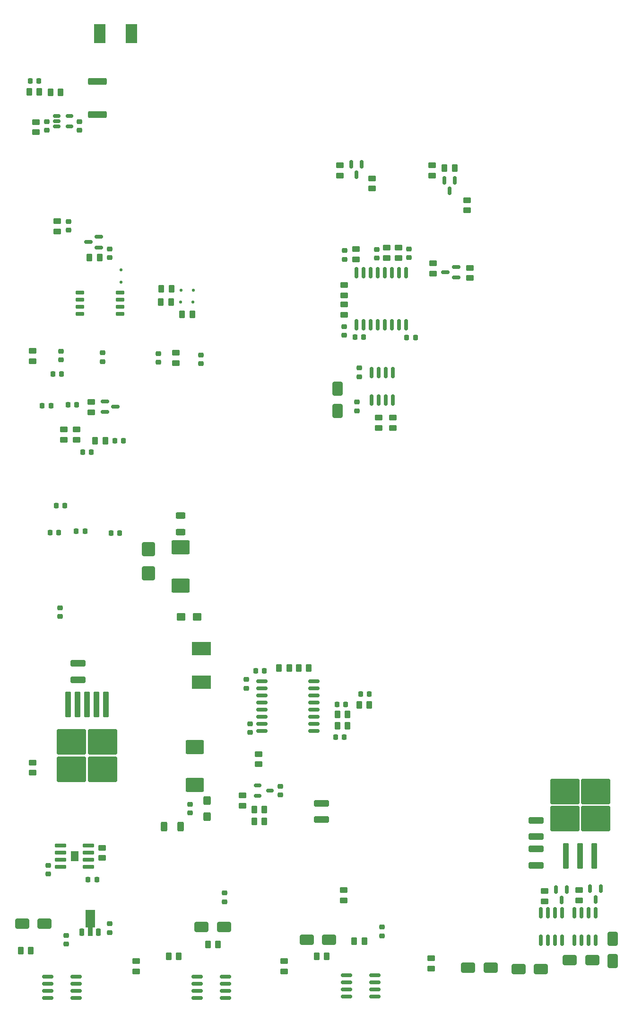
<source format=gbr>
%TF.GenerationSoftware,KiCad,Pcbnew,8.0.1-8.0.1-1~ubuntu22.04.1*%
%TF.CreationDate,2024-04-05T12:52:07+03:00*%
%TF.ProjectId,supply,73757070-6c79-42e6-9b69-6361645f7063,rev?*%
%TF.SameCoordinates,Original*%
%TF.FileFunction,Paste,Bot*%
%TF.FilePolarity,Positive*%
%FSLAX46Y46*%
G04 Gerber Fmt 4.6, Leading zero omitted, Abs format (unit mm)*
G04 Created by KiCad (PCBNEW 8.0.1-8.0.1-1~ubuntu22.04.1) date 2024-04-05 12:52:07*
%MOMM*%
%LPD*%
G01*
G04 APERTURE LIST*
G04 Aperture macros list*
%AMRoundRect*
0 Rectangle with rounded corners*
0 $1 Rounding radius*
0 $2 $3 $4 $5 $6 $7 $8 $9 X,Y pos of 4 corners*
0 Add a 4 corners polygon primitive as box body*
4,1,4,$2,$3,$4,$5,$6,$7,$8,$9,$2,$3,0*
0 Add four circle primitives for the rounded corners*
1,1,$1+$1,$2,$3*
1,1,$1+$1,$4,$5*
1,1,$1+$1,$6,$7*
1,1,$1+$1,$8,$9*
0 Add four rect primitives between the rounded corners*
20,1,$1+$1,$2,$3,$4,$5,0*
20,1,$1+$1,$4,$5,$6,$7,0*
20,1,$1+$1,$6,$7,$8,$9,0*
20,1,$1+$1,$8,$9,$2,$3,0*%
%AMFreePoly0*
4,1,9,3.862500,-0.866500,0.737500,-0.866500,0.737500,-0.450000,-0.737500,-0.450000,-0.737500,0.450000,0.737500,0.450000,0.737500,0.866500,3.862500,0.866500,3.862500,-0.866500,3.862500,-0.866500,$1*%
G04 Aperture macros list end*
%ADD10C,0.010000*%
%ADD11RoundRect,0.250000X0.262500X0.450000X-0.262500X0.450000X-0.262500X-0.450000X0.262500X-0.450000X0*%
%ADD12RoundRect,0.225000X0.250000X-0.225000X0.250000X0.225000X-0.250000X0.225000X-0.250000X-0.225000X0*%
%ADD13RoundRect,0.250000X-0.450000X0.262500X-0.450000X-0.262500X0.450000X-0.262500X0.450000X0.262500X0*%
%ADD14RoundRect,0.225000X-0.225000X-0.250000X0.225000X-0.250000X0.225000X0.250000X-0.225000X0.250000X0*%
%ADD15RoundRect,0.250000X0.450000X-0.262500X0.450000X0.262500X-0.450000X0.262500X-0.450000X-0.262500X0*%
%ADD16RoundRect,0.250000X-0.262500X-0.450000X0.262500X-0.450000X0.262500X0.450000X-0.262500X0.450000X0*%
%ADD17RoundRect,0.250000X-1.000000X-0.650000X1.000000X-0.650000X1.000000X0.650000X-1.000000X0.650000X0*%
%ADD18RoundRect,0.225000X0.225000X0.250000X-0.225000X0.250000X-0.225000X-0.250000X0.225000X-0.250000X0*%
%ADD19RoundRect,0.225000X-0.250000X0.225000X-0.250000X-0.225000X0.250000X-0.225000X0.250000X0.225000X0*%
%ADD20RoundRect,0.150000X-0.512500X-0.150000X0.512500X-0.150000X0.512500X0.150000X-0.512500X0.150000X0*%
%ADD21RoundRect,0.250000X0.300000X-2.050000X0.300000X2.050000X-0.300000X2.050000X-0.300000X-2.050000X0*%
%ADD22RoundRect,0.250000X2.375000X-2.025000X2.375000X2.025000X-2.375000X2.025000X-2.375000X-2.025000X0*%
%ADD23R,3.500000X2.350000*%
%ADD24RoundRect,0.250000X1.400000X1.000000X-1.400000X1.000000X-1.400000X-1.000000X1.400000X-1.000000X0*%
%ADD25RoundRect,0.250000X-1.100000X0.325000X-1.100000X-0.325000X1.100000X-0.325000X1.100000X0.325000X0*%
%ADD26RoundRect,0.150000X-0.150000X0.825000X-0.150000X-0.825000X0.150000X-0.825000X0.150000X0.825000X0*%
%ADD27RoundRect,0.150000X0.875000X0.150000X-0.875000X0.150000X-0.875000X-0.150000X0.875000X-0.150000X0*%
%ADD28RoundRect,0.250000X-0.300000X2.050000X-0.300000X-2.050000X0.300000X-2.050000X0.300000X2.050000X0*%
%ADD29RoundRect,0.250000X-2.375000X2.025000X-2.375000X-2.025000X2.375000X-2.025000X2.375000X2.025000X0*%
%ADD30RoundRect,0.250000X1.100000X-0.325000X1.100000X0.325000X-1.100000X0.325000X-1.100000X-0.325000X0*%
%ADD31RoundRect,0.150000X-0.150000X0.587500X-0.150000X-0.587500X0.150000X-0.587500X0.150000X0.587500X0*%
%ADD32RoundRect,0.162500X-0.825000X-0.162500X0.825000X-0.162500X0.825000X0.162500X-0.825000X0.162500X0*%
%ADD33RoundRect,0.250000X-1.400000X-1.000000X1.400000X-1.000000X1.400000X1.000000X-1.400000X1.000000X0*%
%ADD34RoundRect,0.250000X0.625000X-0.312500X0.625000X0.312500X-0.625000X0.312500X-0.625000X-0.312500X0*%
%ADD35RoundRect,0.125000X0.125000X-0.125000X0.125000X0.125000X-0.125000X0.125000X-0.125000X-0.125000X0*%
%ADD36RoundRect,0.225000X0.225000X-0.425000X0.225000X0.425000X-0.225000X0.425000X-0.225000X-0.425000X0*%
%ADD37FreePoly0,90.000000*%
%ADD38RoundRect,0.250000X1.000000X0.650000X-1.000000X0.650000X-1.000000X-0.650000X1.000000X-0.650000X0*%
%ADD39RoundRect,0.150000X-0.587500X-0.150000X0.587500X-0.150000X0.587500X0.150000X-0.587500X0.150000X0*%
%ADD40RoundRect,0.150000X-0.150000X0.875000X-0.150000X-0.875000X0.150000X-0.875000X0.150000X0.875000X0*%
%ADD41RoundRect,0.250000X0.650000X-1.000000X0.650000X1.000000X-0.650000X1.000000X-0.650000X-1.000000X0*%
%ADD42RoundRect,0.042000X0.943000X0.258000X-0.943000X0.258000X-0.943000X-0.258000X0.943000X-0.258000X0*%
%ADD43RoundRect,0.250000X-1.425000X0.362500X-1.425000X-0.362500X1.425000X-0.362500X1.425000X0.362500X0*%
%ADD44RoundRect,0.250000X0.425000X-0.537500X0.425000X0.537500X-0.425000X0.537500X-0.425000X-0.537500X0*%
%ADD45RoundRect,0.150000X0.587500X0.150000X-0.587500X0.150000X-0.587500X-0.150000X0.587500X-0.150000X0*%
%ADD46RoundRect,0.250000X-0.900000X1.000000X-0.900000X-1.000000X0.900000X-1.000000X0.900000X1.000000X0*%
%ADD47R,2.000000X3.400000*%
%ADD48RoundRect,0.125000X0.125000X0.125000X-0.125000X0.125000X-0.125000X-0.125000X0.125000X-0.125000X0*%
%ADD49RoundRect,0.250000X-0.312500X-0.625000X0.312500X-0.625000X0.312500X0.625000X-0.312500X0.625000X0*%
%ADD50RoundRect,0.250000X-0.650000X1.000000X-0.650000X-1.000000X0.650000X-1.000000X0.650000X1.000000X0*%
%ADD51RoundRect,0.250000X0.537500X0.425000X-0.537500X0.425000X-0.537500X-0.425000X0.537500X-0.425000X0*%
%ADD52RoundRect,0.150000X0.650000X0.150000X-0.650000X0.150000X-0.650000X-0.150000X0.650000X-0.150000X0*%
G04 APERTURE END LIST*
D10*
%TO.C,U26*%
X98645000Y-209320000D02*
X97355000Y-209320000D01*
X97355000Y-207680000D01*
X98645000Y-207680000D01*
X98645000Y-209320000D01*
G36*
X98645000Y-209320000D02*
G01*
X97355000Y-209320000D01*
X97355000Y-207680000D01*
X98645000Y-207680000D01*
X98645000Y-209320000D01*
G37*
%TD*%
D11*
%TO.C,R8*%
X146912500Y-185200000D03*
X145087500Y-185200000D03*
%TD*%
D12*
%TO.C,C51*%
X95400000Y-165675000D03*
X95400000Y-164125000D03*
%TD*%
D13*
%TO.C,R64*%
X151300000Y-87287500D03*
X151300000Y-89112500D03*
%TD*%
D14*
%TO.C,C35*%
X94687500Y-145800000D03*
X96237500Y-145800000D03*
%TD*%
D15*
%TO.C,R55*%
X153900000Y-101512500D03*
X153900000Y-99687500D03*
%TD*%
D16*
%TO.C,R7*%
X145087500Y-183200000D03*
X146912500Y-183200000D03*
%TD*%
D14*
%TO.C,C9*%
X145025000Y-181400000D03*
X146575000Y-181400000D03*
%TD*%
D17*
%TO.C,D27*%
X168500000Y-228450000D03*
X172500000Y-228450000D03*
%TD*%
D18*
%TO.C,C32*%
X101000000Y-136300000D03*
X99450000Y-136300000D03*
%TD*%
D17*
%TO.C,D28*%
X177500000Y-228700000D03*
X181500000Y-228700000D03*
%TD*%
D13*
%TO.C,R71*%
X182200000Y-214787500D03*
X182200000Y-216612500D03*
%TD*%
D16*
%TO.C,R6*%
X148987500Y-181500000D03*
X150812500Y-181500000D03*
%TD*%
D13*
%TO.C,R62*%
X155000000Y-130087500D03*
X155000000Y-131912500D03*
%TD*%
D19*
%TO.C,C26*%
X118700000Y-199225000D03*
X118700000Y-200775000D03*
%TD*%
D14*
%TO.C,C34*%
X93587500Y-150650000D03*
X95137500Y-150650000D03*
%TD*%
D15*
%TO.C,R18*%
X135500000Y-229112500D03*
X135500000Y-227287500D03*
%TD*%
%TO.C,R23*%
X128100000Y-199512500D03*
X128100000Y-197687500D03*
%TD*%
D20*
%TO.C,U25*%
X94825000Y-78025000D03*
X94825000Y-77075000D03*
X94825000Y-76125000D03*
X97100000Y-76125000D03*
X97100000Y-78025000D03*
%TD*%
D13*
%TO.C,R61*%
X152500000Y-130087500D03*
X152500000Y-131912500D03*
%TD*%
D21*
%TO.C,U12*%
X191115000Y-208525000D03*
X188575000Y-208525000D03*
D22*
X185800000Y-201800000D03*
X191350000Y-201800000D03*
X185800000Y-196950000D03*
X191350000Y-196950000D03*
D21*
X186035000Y-208525000D03*
%TD*%
D16*
%TO.C,R4*%
X134627500Y-174900000D03*
X136452500Y-174900000D03*
%TD*%
D11*
%TO.C,R32*%
X103500000Y-134200000D03*
X101675000Y-134200000D03*
%TD*%
D20*
%TO.C,U11*%
X130762500Y-197750000D03*
X130762500Y-195850000D03*
X133037500Y-196800000D03*
%TD*%
D17*
%TO.C,D26*%
X186700000Y-227100000D03*
X190700000Y-227100000D03*
%TD*%
D15*
%TO.C,R42*%
X116112500Y-120312500D03*
X116112500Y-118487500D03*
%TD*%
D23*
%TO.C,L3*%
X120750000Y-177450000D03*
X120750000Y-171400000D03*
%TD*%
D14*
%TO.C,C7*%
X149225000Y-179500000D03*
X150775000Y-179500000D03*
%TD*%
D24*
%TO.C,D11*%
X117000000Y-153300000D03*
X117000000Y-160100000D03*
%TD*%
D25*
%TO.C,C3*%
X98600000Y-174025000D03*
X98600000Y-176975000D03*
%TD*%
D26*
%TO.C,Q15*%
X181495000Y-218625000D03*
X182765000Y-218625000D03*
X184035000Y-218625000D03*
X185305000Y-218625000D03*
X185305000Y-223575000D03*
X184035000Y-223575000D03*
X182765000Y-223575000D03*
X181495000Y-223575000D03*
%TD*%
D27*
%TO.C,U5*%
X140850000Y-177255000D03*
X140850000Y-178525000D03*
X140850000Y-179795000D03*
X140850000Y-181065000D03*
X140850000Y-182335000D03*
X140850000Y-183605000D03*
X140850000Y-184875000D03*
X140850000Y-186145000D03*
X131550000Y-186145000D03*
X131550000Y-184875000D03*
X131550000Y-183605000D03*
X131550000Y-182335000D03*
X131550000Y-181065000D03*
X131550000Y-179795000D03*
X131550000Y-178525000D03*
X131550000Y-177255000D03*
%TD*%
D28*
%TO.C,U2*%
X96825000Y-181375000D03*
X98525000Y-181375000D03*
X100225000Y-181375000D03*
D29*
X103000000Y-188100000D03*
X97450000Y-188100000D03*
X103000000Y-192950000D03*
X97450000Y-192950000D03*
D28*
X101925000Y-181375000D03*
X103625000Y-181375000D03*
%TD*%
D30*
%TO.C,C31*%
X180700000Y-205050000D03*
X180700000Y-202100000D03*
%TD*%
D16*
%TO.C,R20*%
X148087500Y-223700000D03*
X149912500Y-223700000D03*
%TD*%
D12*
%TO.C,C1*%
X124900000Y-216675000D03*
X124900000Y-215125000D03*
%TD*%
D31*
%TO.C,Q13*%
X184250000Y-214462500D03*
X186150000Y-214462500D03*
X185200000Y-216337500D03*
%TD*%
D32*
%TO.C,U6*%
X93212500Y-233855000D03*
X93212500Y-232585000D03*
X93212500Y-231315000D03*
X93212500Y-230045000D03*
X98287500Y-230045000D03*
X98287500Y-231315000D03*
X98287500Y-232585000D03*
X98287500Y-233855000D03*
%TD*%
D19*
%TO.C,C40*%
X96900000Y-95025000D03*
X96900000Y-96575000D03*
%TD*%
D33*
%TO.C,D10*%
X119500000Y-195800000D03*
X119500000Y-189000000D03*
%TD*%
D13*
%TO.C,R58*%
X168300000Y-91187500D03*
X168300000Y-93012500D03*
%TD*%
%TO.C,R33*%
X94900000Y-94987500D03*
X94900000Y-96812500D03*
%TD*%
D12*
%TO.C,C25*%
X134900000Y-197550000D03*
X134900000Y-196000000D03*
%TD*%
D13*
%TO.C,R69*%
X91100000Y-77212500D03*
X91100000Y-79037500D03*
%TD*%
D15*
%TO.C,R43*%
X90500000Y-120012500D03*
X90500000Y-118187500D03*
%TD*%
D34*
%TO.C,RV2*%
X117000000Y-150562500D03*
X117000000Y-147637500D03*
%TD*%
D12*
%TO.C,C56*%
X113000000Y-120175000D03*
X113000000Y-118625000D03*
%TD*%
D19*
%TO.C,C10*%
X128800000Y-176925000D03*
X128800000Y-178475000D03*
%TD*%
D35*
%TO.C,D20*%
X106300000Y-105900000D03*
X106300000Y-103700000D03*
%TD*%
D14*
%TO.C,C37*%
X105212500Y-134200000D03*
X106762500Y-134200000D03*
%TD*%
D15*
%TO.C,R13*%
X109000000Y-229112500D03*
X109000000Y-227287500D03*
%TD*%
D36*
%TO.C,U4*%
X102300000Y-222100000D03*
D37*
X100800000Y-222012500D03*
D36*
X99300000Y-222100000D03*
%TD*%
D38*
%TO.C,D5*%
X124750000Y-221200000D03*
X120750000Y-221200000D03*
%TD*%
D39*
%TO.C,Q5*%
X103425000Y-129100000D03*
X103425000Y-127200000D03*
X105300000Y-128150000D03*
%TD*%
D12*
%TO.C,C67*%
X149000000Y-122775000D03*
X149000000Y-121225000D03*
%TD*%
D15*
%TO.C,R54*%
X162000000Y-86812500D03*
X162000000Y-84987500D03*
%TD*%
D32*
%TO.C,U10*%
X146712500Y-233605000D03*
X146712500Y-232335000D03*
X146712500Y-231065000D03*
X146712500Y-229795000D03*
X151787500Y-229795000D03*
X151787500Y-231065000D03*
X151787500Y-232335000D03*
X151787500Y-233605000D03*
%TD*%
D15*
%TO.C,R24*%
X161900000Y-228612500D03*
X161900000Y-226787500D03*
%TD*%
D12*
%TO.C,C65*%
X152100000Y-101575000D03*
X152100000Y-100025000D03*
%TD*%
%TO.C,C80*%
X93250000Y-211725000D03*
X93250000Y-210175000D03*
%TD*%
D40*
%TO.C,U22*%
X148455000Y-104150000D03*
X149725000Y-104150000D03*
X150995000Y-104150000D03*
X152265000Y-104150000D03*
X153535000Y-104150000D03*
X154805000Y-104150000D03*
X156075000Y-104150000D03*
X157345000Y-104150000D03*
X157345000Y-113450000D03*
X156075000Y-113450000D03*
X154805000Y-113450000D03*
X153535000Y-113450000D03*
X152265000Y-113450000D03*
X150995000Y-113450000D03*
X149725000Y-113450000D03*
X148455000Y-113450000D03*
%TD*%
D41*
%TO.C,D23*%
X145100000Y-128900000D03*
X145100000Y-124900000D03*
%TD*%
D13*
%TO.C,R76*%
X102900000Y-207037500D03*
X102900000Y-208862500D03*
%TD*%
D19*
%TO.C,C81*%
X153100000Y-221225000D03*
X153100000Y-222775000D03*
%TD*%
D42*
%TO.C,U26*%
X100475000Y-206595000D03*
X100475000Y-207865000D03*
X100475000Y-209135000D03*
X100475000Y-210405000D03*
X95525000Y-210405000D03*
X95525000Y-209135000D03*
X95525000Y-207865000D03*
X95525000Y-206595000D03*
%TD*%
D31*
%TO.C,Q11*%
X147550000Y-84762500D03*
X149450000Y-84762500D03*
X148500000Y-86637500D03*
%TD*%
D19*
%TO.C,C61*%
X146300000Y-113825000D03*
X146300000Y-115375000D03*
%TD*%
D32*
%TO.C,U9*%
X119962500Y-233855000D03*
X119962500Y-232585000D03*
X119962500Y-231315000D03*
X119962500Y-230045000D03*
X125037500Y-230045000D03*
X125037500Y-231315000D03*
X125037500Y-232585000D03*
X125037500Y-233855000D03*
%TD*%
D11*
%TO.C,R56*%
X166075000Y-85500000D03*
X164250000Y-85500000D03*
%TD*%
D19*
%TO.C,C78*%
X98900000Y-77150000D03*
X98900000Y-78700000D03*
%TD*%
D43*
%TO.C,R68*%
X102100000Y-69937500D03*
X102100000Y-75862500D03*
%TD*%
D18*
%TO.C,C42*%
X95675000Y-122300000D03*
X94125000Y-122300000D03*
%TD*%
D16*
%TO.C,R21*%
X130187500Y-202300000D03*
X132012500Y-202300000D03*
%TD*%
D11*
%TO.C,R28*%
X116662500Y-226450000D03*
X114837500Y-226450000D03*
%TD*%
D16*
%TO.C,R17*%
X121887500Y-224300000D03*
X123712500Y-224300000D03*
%TD*%
D26*
%TO.C,U23*%
X151195000Y-122025000D03*
X152465000Y-122025000D03*
X153735000Y-122025000D03*
X155005000Y-122025000D03*
X155005000Y-126975000D03*
X153735000Y-126975000D03*
X152465000Y-126975000D03*
X151195000Y-126975000D03*
%TD*%
D31*
%TO.C,Q7*%
X164225000Y-87625000D03*
X166125000Y-87625000D03*
X165175000Y-89500000D03*
%TD*%
D14*
%TO.C,C36*%
X98312500Y-150400000D03*
X99862500Y-150400000D03*
%TD*%
D11*
%TO.C,R79*%
X102512500Y-101500000D03*
X100687500Y-101500000D03*
%TD*%
D44*
%TO.C,C24*%
X121700000Y-201437500D03*
X121700000Y-198562500D03*
%TD*%
D16*
%TO.C,R51*%
X117287500Y-111650000D03*
X119112500Y-111650000D03*
%TD*%
%TO.C,R67*%
X89887500Y-71800000D03*
X91712500Y-71800000D03*
%TD*%
D12*
%TO.C,C53*%
X120612500Y-120425000D03*
X120612500Y-118875000D03*
%TD*%
D19*
%TO.C,C6*%
X96500000Y-222675000D03*
X96500000Y-224225000D03*
%TD*%
D12*
%TO.C,C57*%
X103000000Y-120075000D03*
X103000000Y-118525000D03*
%TD*%
D19*
%TO.C,C82*%
X104300000Y-99925000D03*
X104300000Y-101475000D03*
%TD*%
D45*
%TO.C,U28*%
X102337500Y-97750000D03*
X102337500Y-99650000D03*
X100462500Y-98700000D03*
%TD*%
D16*
%TO.C,R49*%
X113437500Y-109400000D03*
X115262500Y-109400000D03*
%TD*%
D46*
%TO.C,D12*%
X111200000Y-153600000D03*
X111200000Y-157900000D03*
%TD*%
D12*
%TO.C,C54*%
X95600000Y-119775000D03*
X95600000Y-118225000D03*
%TD*%
D25*
%TO.C,C22*%
X142200000Y-199050000D03*
X142200000Y-202000000D03*
%TD*%
D12*
%TO.C,C5*%
X129400000Y-186375000D03*
X129400000Y-184825000D03*
%TD*%
D13*
%TO.C,R31*%
X146200000Y-214587500D03*
X146200000Y-216412500D03*
%TD*%
D12*
%TO.C,C66*%
X157900000Y-101500000D03*
X157900000Y-99950000D03*
%TD*%
D15*
%TO.C,R77*%
X90500000Y-193612500D03*
X90500000Y-191787500D03*
%TD*%
D47*
%TO.C,L4*%
X108200000Y-61450000D03*
X102500000Y-61450000D03*
%TD*%
D48*
%TO.C,D21*%
X119300000Y-107300000D03*
X117100000Y-107300000D03*
%TD*%
D26*
%TO.C,Q14*%
X187495000Y-218625000D03*
X188765000Y-218625000D03*
X190035000Y-218625000D03*
X191305000Y-218625000D03*
X191305000Y-223575000D03*
X190035000Y-223575000D03*
X188765000Y-223575000D03*
X187495000Y-223575000D03*
%TD*%
D15*
%TO.C,R40*%
X101000000Y-129112500D03*
X101000000Y-127287500D03*
%TD*%
D17*
%TO.C,D7*%
X139600000Y-223500000D03*
X143600000Y-223500000D03*
%TD*%
D13*
%TO.C,R70*%
X188400000Y-214587500D03*
X188400000Y-216412500D03*
%TD*%
D18*
%TO.C,C41*%
X98362500Y-127800000D03*
X96812500Y-127800000D03*
%TD*%
%TO.C,C79*%
X101975000Y-212700000D03*
X100425000Y-212700000D03*
%TD*%
D49*
%TO.C,RV1*%
X114037500Y-203200000D03*
X116962500Y-203200000D03*
%TD*%
D50*
%TO.C,D25*%
X194400000Y-223300000D03*
X194400000Y-227300000D03*
%TD*%
D16*
%TO.C,R5*%
X138127500Y-174900000D03*
X139952500Y-174900000D03*
%TD*%
D19*
%TO.C,C77*%
X93000000Y-77150000D03*
X93000000Y-78700000D03*
%TD*%
D51*
%TO.C,C29*%
X119975000Y-165700000D03*
X117100000Y-165700000D03*
%TD*%
D18*
%TO.C,C2*%
X131975000Y-175400000D03*
X130425000Y-175400000D03*
%TD*%
D11*
%TO.C,R22*%
X132012500Y-200200000D03*
X130187500Y-200200000D03*
%TD*%
D15*
%TO.C,R63*%
X145500000Y-86812500D03*
X145500000Y-84987500D03*
%TD*%
%TO.C,R53*%
X146300000Y-108212500D03*
X146300000Y-106387500D03*
%TD*%
D19*
%TO.C,C11*%
X104300000Y-220625000D03*
X104300000Y-222175000D03*
%TD*%
D14*
%TO.C,C62*%
X157500000Y-115800000D03*
X159050000Y-115800000D03*
%TD*%
D13*
%TO.C,R35*%
X96112500Y-132237500D03*
X96112500Y-134062500D03*
%TD*%
D12*
%TO.C,C68*%
X148600000Y-128875000D03*
X148600000Y-127325000D03*
%TD*%
D38*
%TO.C,D4*%
X92600000Y-220600000D03*
X88600000Y-220600000D03*
%TD*%
D11*
%TO.C,R29*%
X143162500Y-226450000D03*
X141337500Y-226450000D03*
%TD*%
D13*
%TO.C,R2*%
X131000000Y-190275000D03*
X131000000Y-192100000D03*
%TD*%
%TO.C,R57*%
X156000000Y-99687500D03*
X156000000Y-101512500D03*
%TD*%
D18*
%TO.C,C43*%
X93762500Y-128000000D03*
X92212500Y-128000000D03*
%TD*%
D13*
%TO.C,R60*%
X162175000Y-102487500D03*
X162175000Y-104312500D03*
%TD*%
D14*
%TO.C,C12*%
X144725000Y-187200000D03*
X146275000Y-187200000D03*
%TD*%
D11*
%TO.C,R27*%
X90162500Y-225450000D03*
X88337500Y-225450000D03*
%TD*%
D45*
%TO.C,Q8*%
X166312500Y-103150000D03*
X166312500Y-105050000D03*
X164437500Y-104100000D03*
%TD*%
D31*
%TO.C,Q12*%
X190350000Y-214362500D03*
X192250000Y-214362500D03*
X191300000Y-216237500D03*
%TD*%
D14*
%TO.C,C76*%
X90062500Y-69900000D03*
X91612500Y-69900000D03*
%TD*%
D16*
%TO.C,R50*%
X113537500Y-107050000D03*
X115362500Y-107050000D03*
%TD*%
D15*
%TO.C,R65*%
X148400000Y-101800000D03*
X148400000Y-99975000D03*
%TD*%
D52*
%TO.C,U19*%
X106187500Y-107695000D03*
X106187500Y-108965000D03*
X106187500Y-110235000D03*
X106187500Y-111505000D03*
X98987500Y-111505000D03*
X98987500Y-110235000D03*
X98987500Y-108965000D03*
X98987500Y-107695000D03*
%TD*%
D48*
%TO.C,D22*%
X119200000Y-109400000D03*
X117000000Y-109400000D03*
%TD*%
D13*
%TO.C,R37*%
X98362500Y-132237500D03*
X98362500Y-134062500D03*
%TD*%
D15*
%TO.C,R52*%
X146300000Y-111712500D03*
X146300000Y-109887500D03*
%TD*%
D14*
%TO.C,C60*%
X104525000Y-150700000D03*
X106075000Y-150700000D03*
%TD*%
%TO.C,C64*%
X148225000Y-115700000D03*
X149775000Y-115700000D03*
%TD*%
D12*
%TO.C,C73*%
X146400000Y-101775000D03*
X146400000Y-100225000D03*
%TD*%
D25*
%TO.C,C28*%
X180700000Y-207225000D03*
X180700000Y-210175000D03*
%TD*%
D13*
%TO.C,R59*%
X168775000Y-103287500D03*
X168775000Y-105112500D03*
%TD*%
D16*
%TO.C,R66*%
X93700000Y-71900000D03*
X95525000Y-71900000D03*
%TD*%
M02*

</source>
